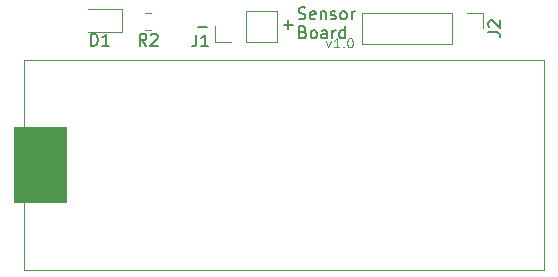
<source format=gbr>
%TF.GenerationSoftware,KiCad,Pcbnew,(6.0.0)*%
%TF.CreationDate,2022-03-17T14:09:45-06:00*%
%TF.ProjectId,sensor-board,73656e73-6f72-42d6-926f-6172642e6b69,rev?*%
%TF.SameCoordinates,Original*%
%TF.FileFunction,Legend,Top*%
%TF.FilePolarity,Positive*%
%FSLAX46Y46*%
G04 Gerber Fmt 4.6, Leading zero omitted, Abs format (unit mm)*
G04 Created by KiCad (PCBNEW (6.0.0)) date 2022-03-17 14:09:45*
%MOMM*%
%LPD*%
G01*
G04 APERTURE LIST*
%ADD10C,0.150000*%
%ADD11C,0.120000*%
%ADD12C,0.100000*%
G04 APERTURE END LIST*
D10*
X142009047Y-57641428D02*
X142770952Y-57641428D01*
X142390000Y-58022380D02*
X142390000Y-57260476D01*
X135500952Y-57858571D02*
X134739047Y-57858571D01*
X143257976Y-57139761D02*
X143400833Y-57187380D01*
X143638928Y-57187380D01*
X143734166Y-57139761D01*
X143781785Y-57092142D01*
X143829404Y-56996904D01*
X143829404Y-56901666D01*
X143781785Y-56806428D01*
X143734166Y-56758809D01*
X143638928Y-56711190D01*
X143448452Y-56663571D01*
X143353214Y-56615952D01*
X143305595Y-56568333D01*
X143257976Y-56473095D01*
X143257976Y-56377857D01*
X143305595Y-56282619D01*
X143353214Y-56235000D01*
X143448452Y-56187380D01*
X143686547Y-56187380D01*
X143829404Y-56235000D01*
X144638928Y-57139761D02*
X144543690Y-57187380D01*
X144353214Y-57187380D01*
X144257976Y-57139761D01*
X144210357Y-57044523D01*
X144210357Y-56663571D01*
X144257976Y-56568333D01*
X144353214Y-56520714D01*
X144543690Y-56520714D01*
X144638928Y-56568333D01*
X144686547Y-56663571D01*
X144686547Y-56758809D01*
X144210357Y-56854047D01*
X145115119Y-56520714D02*
X145115119Y-57187380D01*
X145115119Y-56615952D02*
X145162738Y-56568333D01*
X145257976Y-56520714D01*
X145400833Y-56520714D01*
X145496071Y-56568333D01*
X145543690Y-56663571D01*
X145543690Y-57187380D01*
X145972261Y-57139761D02*
X146067500Y-57187380D01*
X146257976Y-57187380D01*
X146353214Y-57139761D01*
X146400833Y-57044523D01*
X146400833Y-56996904D01*
X146353214Y-56901666D01*
X146257976Y-56854047D01*
X146115119Y-56854047D01*
X146019880Y-56806428D01*
X145972261Y-56711190D01*
X145972261Y-56663571D01*
X146019880Y-56568333D01*
X146115119Y-56520714D01*
X146257976Y-56520714D01*
X146353214Y-56568333D01*
X146972261Y-57187380D02*
X146877023Y-57139761D01*
X146829404Y-57092142D01*
X146781785Y-56996904D01*
X146781785Y-56711190D01*
X146829404Y-56615952D01*
X146877023Y-56568333D01*
X146972261Y-56520714D01*
X147115119Y-56520714D01*
X147210357Y-56568333D01*
X147257976Y-56615952D01*
X147305595Y-56711190D01*
X147305595Y-56996904D01*
X147257976Y-57092142D01*
X147210357Y-57139761D01*
X147115119Y-57187380D01*
X146972261Y-57187380D01*
X147734166Y-57187380D02*
X147734166Y-56520714D01*
X147734166Y-56711190D02*
X147781785Y-56615952D01*
X147829404Y-56568333D01*
X147924642Y-56520714D01*
X148019880Y-56520714D01*
X143638928Y-58273571D02*
X143781785Y-58321190D01*
X143829404Y-58368809D01*
X143877023Y-58464047D01*
X143877023Y-58606904D01*
X143829404Y-58702142D01*
X143781785Y-58749761D01*
X143686547Y-58797380D01*
X143305595Y-58797380D01*
X143305595Y-57797380D01*
X143638928Y-57797380D01*
X143734166Y-57845000D01*
X143781785Y-57892619D01*
X143829404Y-57987857D01*
X143829404Y-58083095D01*
X143781785Y-58178333D01*
X143734166Y-58225952D01*
X143638928Y-58273571D01*
X143305595Y-58273571D01*
X144448452Y-58797380D02*
X144353214Y-58749761D01*
X144305595Y-58702142D01*
X144257976Y-58606904D01*
X144257976Y-58321190D01*
X144305595Y-58225952D01*
X144353214Y-58178333D01*
X144448452Y-58130714D01*
X144591309Y-58130714D01*
X144686547Y-58178333D01*
X144734166Y-58225952D01*
X144781785Y-58321190D01*
X144781785Y-58606904D01*
X144734166Y-58702142D01*
X144686547Y-58749761D01*
X144591309Y-58797380D01*
X144448452Y-58797380D01*
X145638928Y-58797380D02*
X145638928Y-58273571D01*
X145591309Y-58178333D01*
X145496071Y-58130714D01*
X145305595Y-58130714D01*
X145210357Y-58178333D01*
X145638928Y-58749761D02*
X145543690Y-58797380D01*
X145305595Y-58797380D01*
X145210357Y-58749761D01*
X145162738Y-58654523D01*
X145162738Y-58559285D01*
X145210357Y-58464047D01*
X145305595Y-58416428D01*
X145543690Y-58416428D01*
X145638928Y-58368809D01*
X146115119Y-58797380D02*
X146115119Y-58130714D01*
X146115119Y-58321190D02*
X146162738Y-58225952D01*
X146210357Y-58178333D01*
X146305595Y-58130714D01*
X146400833Y-58130714D01*
X147162738Y-58797380D02*
X147162738Y-57797380D01*
X147162738Y-58749761D02*
X147067500Y-58797380D01*
X146877023Y-58797380D01*
X146781785Y-58749761D01*
X146734166Y-58702142D01*
X146686547Y-58606904D01*
X146686547Y-58321190D01*
X146734166Y-58225952D01*
X146781785Y-58178333D01*
X146877023Y-58130714D01*
X147067500Y-58130714D01*
X147162738Y-58178333D01*
D11*
X145587142Y-59038571D02*
X145777619Y-59571904D01*
X145968095Y-59038571D01*
X146691904Y-59571904D02*
X146234761Y-59571904D01*
X146463333Y-59571904D02*
X146463333Y-58771904D01*
X146387142Y-58886190D01*
X146310952Y-58962380D01*
X146234761Y-59000476D01*
X147034761Y-59495714D02*
X147072857Y-59533809D01*
X147034761Y-59571904D01*
X146996666Y-59533809D01*
X147034761Y-59495714D01*
X147034761Y-59571904D01*
X147568095Y-58771904D02*
X147644285Y-58771904D01*
X147720476Y-58810000D01*
X147758571Y-58848095D01*
X147796666Y-58924285D01*
X147834761Y-59076666D01*
X147834761Y-59267142D01*
X147796666Y-59419523D01*
X147758571Y-59495714D01*
X147720476Y-59533809D01*
X147644285Y-59571904D01*
X147568095Y-59571904D01*
X147491904Y-59533809D01*
X147453809Y-59495714D01*
X147415714Y-59419523D01*
X147377619Y-59267142D01*
X147377619Y-59076666D01*
X147415714Y-58924285D01*
X147453809Y-58848095D01*
X147491904Y-58810000D01*
X147568095Y-58771904D01*
D10*
%TO.C,R2*%
X130355833Y-59427380D02*
X130022500Y-58951190D01*
X129784404Y-59427380D02*
X129784404Y-58427380D01*
X130165357Y-58427380D01*
X130260595Y-58475000D01*
X130308214Y-58522619D01*
X130355833Y-58617857D01*
X130355833Y-58760714D01*
X130308214Y-58855952D01*
X130260595Y-58903571D01*
X130165357Y-58951190D01*
X129784404Y-58951190D01*
X130736785Y-58522619D02*
X130784404Y-58475000D01*
X130879642Y-58427380D01*
X131117738Y-58427380D01*
X131212976Y-58475000D01*
X131260595Y-58522619D01*
X131308214Y-58617857D01*
X131308214Y-58713095D01*
X131260595Y-58855952D01*
X130689166Y-59427380D01*
X131308214Y-59427380D01*
%TO.C,D1*%
X125676904Y-59422380D02*
X125676904Y-58422380D01*
X125915000Y-58422380D01*
X126057857Y-58470000D01*
X126153095Y-58565238D01*
X126200714Y-58660476D01*
X126248333Y-58850952D01*
X126248333Y-58993809D01*
X126200714Y-59184285D01*
X126153095Y-59279523D01*
X126057857Y-59374761D01*
X125915000Y-59422380D01*
X125676904Y-59422380D01*
X127200714Y-59422380D02*
X126629285Y-59422380D01*
X126915000Y-59422380D02*
X126915000Y-58422380D01*
X126819761Y-58565238D01*
X126724523Y-58660476D01*
X126629285Y-58708095D01*
%TO.C,J2*%
X159307380Y-58283333D02*
X160021666Y-58283333D01*
X160164523Y-58330952D01*
X160259761Y-58426190D01*
X160307380Y-58569047D01*
X160307380Y-58664285D01*
X159402619Y-57854761D02*
X159355000Y-57807142D01*
X159307380Y-57711904D01*
X159307380Y-57473809D01*
X159355000Y-57378571D01*
X159402619Y-57330952D01*
X159497857Y-57283333D01*
X159593095Y-57283333D01*
X159735952Y-57330952D01*
X160307380Y-57902380D01*
X160307380Y-57283333D01*
%TO.C,J1*%
X134586666Y-58482380D02*
X134586666Y-59196666D01*
X134539047Y-59339523D01*
X134443809Y-59434761D01*
X134300952Y-59482380D01*
X134205714Y-59482380D01*
X135586666Y-59482380D02*
X135015238Y-59482380D01*
X135300952Y-59482380D02*
X135300952Y-58482380D01*
X135205714Y-58625238D01*
X135110476Y-58720476D01*
X135015238Y-58768095D01*
D11*
%TO.C,R2*%
X130729564Y-56660000D02*
X130275436Y-56660000D01*
X130729564Y-58130000D02*
X130275436Y-58130000D01*
%TO.C,U2*%
X120000000Y-78390000D02*
X120000000Y-60610000D01*
X120000000Y-60610000D02*
X164000000Y-60610000D01*
X120000000Y-78390000D02*
X164000000Y-78390000D01*
X164000000Y-78390000D02*
X164000000Y-60610000D01*
D12*
X119140000Y-72675000D02*
X123585000Y-72675000D01*
X123585000Y-72675000D02*
X123585000Y-66325000D01*
X123585000Y-66325000D02*
X119140000Y-66325000D01*
X119140000Y-66325000D02*
X119140000Y-72675000D01*
G36*
X123585000Y-72675000D02*
G01*
X119140000Y-72675000D01*
X119140000Y-66325000D01*
X123585000Y-66325000D01*
X123585000Y-72675000D01*
G37*
X123585000Y-72675000D02*
X119140000Y-72675000D01*
X119140000Y-66325000D01*
X123585000Y-66325000D01*
X123585000Y-72675000D01*
D11*
%TO.C,D1*%
X128275000Y-56360000D02*
X125415000Y-56360000D01*
X128275000Y-58280000D02*
X128275000Y-56360000D01*
X125415000Y-58280000D02*
X128275000Y-58280000D01*
%TO.C,J2*%
X157525000Y-56620000D02*
X158855000Y-56620000D01*
X156255000Y-56620000D02*
X156255000Y-59280000D01*
X156255000Y-56620000D02*
X148575000Y-56620000D01*
X148575000Y-56620000D02*
X148575000Y-59280000D01*
X158855000Y-56620000D02*
X158855000Y-57950000D01*
X156255000Y-59280000D02*
X148575000Y-59280000D01*
%TO.C,J1*%
X138785000Y-56460000D02*
X141385000Y-56460000D01*
X137515000Y-59120000D02*
X136185000Y-59120000D01*
X138785000Y-59120000D02*
X138785000Y-56460000D01*
X138785000Y-59120000D02*
X141385000Y-59120000D01*
X136185000Y-59120000D02*
X136185000Y-57790000D01*
X141385000Y-59120000D02*
X141385000Y-56460000D01*
%TD*%
M02*

</source>
